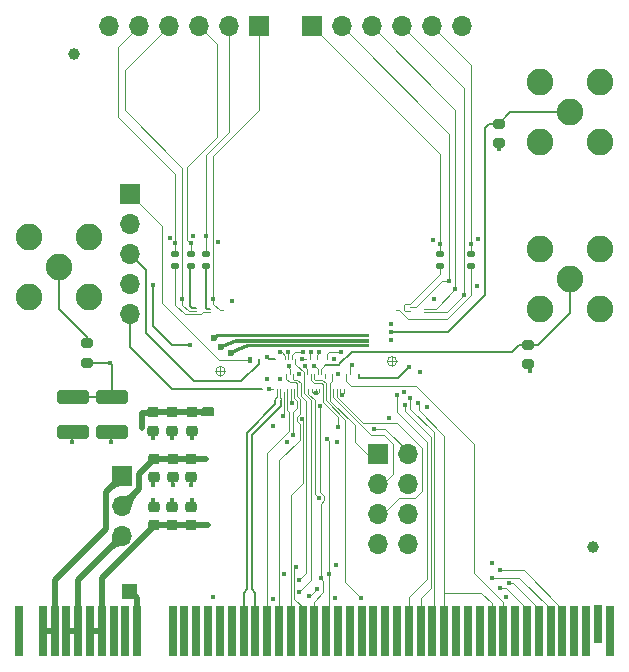
<source format=gbr>
G04 #@! TF.GenerationSoftware,KiCad,Pcbnew,7.0.7-7.0.7~ubuntu22.04.1*
G04 #@! TF.CreationDate,2023-09-29T12:00:57+02:00*
G04 #@! TF.ProjectId,astropix_v4,61737472-6f70-4697-985f-76342e6b6963,1.0*
G04 #@! TF.SameCoordinates,Original*
G04 #@! TF.FileFunction,Copper,L1,Top*
G04 #@! TF.FilePolarity,Positive*
%FSLAX46Y46*%
G04 Gerber Fmt 4.6, Leading zero omitted, Abs format (unit mm)*
G04 Created by KiCad (PCBNEW 7.0.7-7.0.7~ubuntu22.04.1) date 2023-09-29 12:00:57*
%MOMM*%
%LPD*%
G01*
G04 APERTURE LIST*
G04 Aperture macros list*
%AMRoundRect*
0 Rectangle with rounded corners*
0 $1 Rounding radius*
0 $2 $3 $4 $5 $6 $7 $8 $9 X,Y pos of 4 corners*
0 Add a 4 corners polygon primitive as box body*
4,1,4,$2,$3,$4,$5,$6,$7,$8,$9,$2,$3,0*
0 Add four circle primitives for the rounded corners*
1,1,$1+$1,$2,$3*
1,1,$1+$1,$4,$5*
1,1,$1+$1,$6,$7*
1,1,$1+$1,$8,$9*
0 Add four rect primitives between the rounded corners*
20,1,$1+$1,$2,$3,$4,$5,0*
20,1,$1+$1,$4,$5,$6,$7,0*
20,1,$1+$1,$6,$7,$8,$9,0*
20,1,$1+$1,$8,$9,$2,$3,0*%
%AMFreePoly0*
4,1,19,12.075000,0.104904,12.129904,0.050000,12.150000,-0.025000,12.129904,-0.100000,12.075000,-0.154904,12.000000,-0.175000,-0.600900,-0.175000,-0.935151,-0.335257,-1.011467,-0.349561,-1.084712,-0.323790,-1.135257,-0.264849,-1.149561,-0.188533,-1.123790,-0.115288,-1.064849,-0.064743,-0.699849,0.110257,-0.667146,0.116386,-0.635000,0.125000,12.000000,0.125000,12.075000,0.104904,12.075000,0.104904,
$1*%
%AMFreePoly1*
4,1,19,10.975000,0.129904,11.029904,0.075000,11.050000,0.000000,11.029904,-0.075000,10.975000,-0.129904,10.900000,-0.150000,-0.236351,-0.150000,-1.344715,-0.589440,-1.421842,-0.598401,-1.493117,-0.567598,-1.539440,-0.505285,-1.548401,-0.428158,-1.517598,-0.356883,-1.455285,-0.310560,-0.320285,0.139440,-0.292257,0.142696,-0.265000,0.150000,10.900000,0.150000,10.975000,0.129904,10.975000,0.129904,
$1*%
%AMFreePoly2*
4,1,19,9.775000,0.104904,9.829904,0.050000,9.850000,-0.025000,9.829904,-0.100000,9.775000,-0.154904,9.700000,-0.175000,-0.369999,-0.175000,-1.842308,-0.788462,-1.919268,-0.798758,-1.991065,-0.769194,-2.038462,-0.707692,-2.048758,-0.630732,-2.019194,-0.558935,-1.957692,-0.511538,-0.457692,0.113462,-0.428470,0.117371,-0.400000,0.125000,9.700000,0.125000,9.775000,0.104904,9.775000,0.104904,
$1*%
G04 Aperture macros list end*
G04 #@! TA.AperFunction,EtchedComponent*
%ADD10C,0.120000*%
G04 #@! TD*
G04 #@! TA.AperFunction,EtchedComponent*
%ADD11C,0.125000*%
G04 #@! TD*
G04 #@! TA.AperFunction,SMDPad,CuDef*
%ADD12RoundRect,0.225000X-0.250000X0.225000X-0.250000X-0.225000X0.250000X-0.225000X0.250000X0.225000X0*%
G04 #@! TD*
G04 #@! TA.AperFunction,ComponentPad*
%ADD13C,2.250000*%
G04 #@! TD*
G04 #@! TA.AperFunction,ComponentPad*
%ADD14R,1.700000X1.700000*%
G04 #@! TD*
G04 #@! TA.AperFunction,ComponentPad*
%ADD15O,1.700000X1.700000*%
G04 #@! TD*
G04 #@! TA.AperFunction,SMDPad,CuDef*
%ADD16RoundRect,0.250000X1.100000X-0.325000X1.100000X0.325000X-1.100000X0.325000X-1.100000X-0.325000X0*%
G04 #@! TD*
G04 #@! TA.AperFunction,SMDPad,CuDef*
%ADD17C,1.000000*%
G04 #@! TD*
G04 #@! TA.AperFunction,SMDPad,CuDef*
%ADD18RoundRect,0.225000X0.250000X-0.225000X0.250000X0.225000X-0.250000X0.225000X-0.250000X-0.225000X0*%
G04 #@! TD*
G04 #@! TA.AperFunction,SMDPad,CuDef*
%ADD19RoundRect,0.200000X-0.275000X0.200000X-0.275000X-0.200000X0.275000X-0.200000X0.275000X0.200000X0*%
G04 #@! TD*
G04 #@! TA.AperFunction,SMDPad,CuDef*
%ADD20RoundRect,0.135000X0.185000X-0.135000X0.185000X0.135000X-0.185000X0.135000X-0.185000X-0.135000X0*%
G04 #@! TD*
G04 #@! TA.AperFunction,SMDPad,CuDef*
%ADD21RoundRect,0.135000X-0.185000X0.135000X-0.185000X-0.135000X0.185000X-0.135000X0.185000X0.135000X0*%
G04 #@! TD*
G04 #@! TA.AperFunction,SMDPad,CuDef*
%ADD22R,0.400000X0.500000*%
G04 #@! TD*
G04 #@! TA.AperFunction,SMDPad,CuDef*
%ADD23R,0.125000X0.600000*%
G04 #@! TD*
G04 #@! TA.AperFunction,SMDPad,CuDef*
%ADD24R,0.600000X0.125000*%
G04 #@! TD*
G04 #@! TA.AperFunction,SMDPad,CuDef*
%ADD25FreePoly0,0.000000*%
G04 #@! TD*
G04 #@! TA.AperFunction,SMDPad,CuDef*
%ADD26FreePoly1,0.000000*%
G04 #@! TD*
G04 #@! TA.AperFunction,SMDPad,CuDef*
%ADD27FreePoly2,0.000000*%
G04 #@! TD*
G04 #@! TA.AperFunction,ConnectorPad*
%ADD28R,0.700000X4.300000*%
G04 #@! TD*
G04 #@! TA.AperFunction,ConnectorPad*
%ADD29R,0.700000X3.200000*%
G04 #@! TD*
G04 #@! TA.AperFunction,ViaPad*
%ADD30C,0.450000*%
G04 #@! TD*
G04 #@! TA.AperFunction,ViaPad*
%ADD31C,0.600000*%
G04 #@! TD*
G04 #@! TA.AperFunction,Conductor*
%ADD32C,0.125000*%
G04 #@! TD*
G04 #@! TA.AperFunction,Conductor*
%ADD33C,0.250000*%
G04 #@! TD*
G04 #@! TA.AperFunction,Conductor*
%ADD34C,0.500000*%
G04 #@! TD*
G04 #@! TA.AperFunction,Conductor*
%ADD35C,0.150000*%
G04 #@! TD*
G04 #@! TA.AperFunction,Conductor*
%ADD36C,0.200000*%
G04 #@! TD*
G04 APERTURE END LIST*
D10*
G04 #@! TO.C,U1*
X122872500Y-83820000D02*
X123622500Y-83820000D01*
X123222500Y-83470000D02*
X123222500Y-84220000D01*
X137397500Y-82995000D02*
X138147500Y-82995000D01*
X137747500Y-82645000D02*
X137747500Y-83395000D01*
D11*
X123622500Y-83820000D02*
G75*
G03*
X123622500Y-83820000I-400000J0D01*
G01*
X138147500Y-82995000D02*
G75*
G03*
X138147500Y-82995000I-400000J0D01*
G01*
G04 #@! TD*
D12*
G04 #@! TO.P,C8,1*
G04 #@! TO.N,VDD*
X120751600Y-91274600D03*
G04 #@! TO.P,C8,2*
G04 #@! TO.N,GND*
X120751600Y-92824600D03*
G04 #@! TD*
G04 #@! TO.P,C9,1*
G04 #@! TO.N,VDD*
X119176800Y-91274600D03*
G04 #@! TO.P,C9,2*
G04 #@! TO.N,GND*
X119176800Y-92824600D03*
G04 #@! TD*
G04 #@! TO.P,C10,1*
G04 #@! TO.N,VDD*
X117551200Y-91274600D03*
G04 #@! TO.P,C10,2*
G04 #@! TO.N,GND*
X117551200Y-92824600D03*
G04 #@! TD*
D13*
G04 #@! TO.P,J6,1,In*
G04 #@! TO.N,/HV_in_ext*
X109520000Y-75000000D03*
G04 #@! TO.P,J6,2,Ext*
G04 #@! TO.N,GND*
X106980000Y-77540000D03*
X112060000Y-77540000D03*
X106980000Y-72460000D03*
X112060000Y-72460000D03*
G04 #@! TD*
D14*
G04 #@! TO.P,J9,1,Pin_1*
G04 #@! TO.N,/spi_left_mosi*
X126492000Y-54610000D03*
D15*
G04 #@! TO.P,J9,2,Pin_2*
G04 #@! TO.N,/spi_left_miso0*
X123952000Y-54610000D03*
G04 #@! TO.P,J9,3,Pin_3*
G04 #@! TO.N,/spi_left_miso1*
X121412000Y-54610000D03*
G04 #@! TO.P,J9,4,Pin_4*
G04 #@! TO.N,/spi_left_clk*
X118872000Y-54610000D03*
G04 #@! TO.P,J9,5,Pin_5*
G04 #@! TO.N,/spi_left_csn*
X116332000Y-54610000D03*
G04 #@! TO.P,J9,6,Pin_6*
G04 #@! TO.N,GND*
X113792000Y-54610000D03*
G04 #@! TD*
D16*
G04 #@! TO.P,C6,1*
G04 #@! TO.N,GND*
X110693200Y-88978000D03*
G04 #@! TO.P,C6,2*
G04 #@! TO.N,suba*
X110693200Y-86028000D03*
G04 #@! TD*
G04 #@! TO.P,C4,1*
G04 #@! TO.N,GND*
X113995200Y-88978000D03*
G04 #@! TO.P,C4,2*
G04 #@! TO.N,suba*
X113995200Y-86028000D03*
G04 #@! TD*
D17*
G04 #@! TO.P,FID2,*
G04 #@! TO.N,*
X154800000Y-98700000D03*
G04 #@! TD*
D14*
G04 #@! TO.P,J10,1,Pin_1*
G04 #@! TO.N,/spi_right_clk*
X130937000Y-54610000D03*
D15*
G04 #@! TO.P,J10,2,Pin_2*
G04 #@! TO.N,/spi_right_miso1*
X133477000Y-54610000D03*
G04 #@! TO.P,J10,3,Pin_3*
G04 #@! TO.N,/spi_right_miso0*
X136017000Y-54610000D03*
G04 #@! TO.P,J10,4,Pin_4*
G04 #@! TO.N,/spi_right_csn*
X138557000Y-54610000D03*
G04 #@! TO.P,J10,5,Pin_5*
G04 #@! TO.N,/spi_right_mosi*
X141097000Y-54610000D03*
G04 #@! TO.P,J10,6,Pin_6*
G04 #@! TO.N,GND*
X143637000Y-54610000D03*
G04 #@! TD*
D14*
G04 #@! TO.P,JP1,1,A*
G04 #@! TO.N,/VDD18_in*
X114909600Y-92710000D03*
D15*
G04 #@! TO.P,JP1,2,C*
G04 #@! TO.N,VDD*
X114909600Y-95250000D03*
G04 #@! TO.P,JP1,3,B*
G04 #@! TO.N,/POW4_in*
X114909600Y-97790000D03*
G04 #@! TD*
D18*
G04 #@! TO.P,C11,1*
G04 #@! TO.N,VDDA*
X120751600Y-96863200D03*
G04 #@! TO.P,C11,2*
G04 #@! TO.N,GND*
X120751600Y-95313200D03*
G04 #@! TD*
G04 #@! TO.P,C13,1*
G04 #@! TO.N,VDDA*
X119151400Y-96863200D03*
G04 #@! TO.P,C13,2*
G04 #@! TO.N,GND*
X119151400Y-95313200D03*
G04 #@! TD*
D19*
G04 #@! TO.P,R12,1*
G04 #@! TO.N,/HV_in_ext*
X111900000Y-81475000D03*
G04 #@! TO.P,R12,2*
G04 #@! TO.N,suba*
X111900000Y-83125000D03*
G04 #@! TD*
D18*
G04 #@! TO.P,C14,1*
G04 #@! TO.N,VDDA*
X117576600Y-96863200D03*
G04 #@! TO.P,C14,2*
G04 #@! TO.N,GND*
X117576600Y-95313200D03*
G04 #@! TD*
D20*
G04 #@! TO.P,R13,1*
G04 #@! TO.N,Net-(U1B-spi_left_MISO0)*
X122000000Y-74910000D03*
G04 #@! TO.P,R13,2*
G04 #@! TO.N,/spi_left_miso0*
X122000000Y-73890000D03*
G04 #@! TD*
G04 #@! TO.P,R14,1*
G04 #@! TO.N,Net-(U1B-spi_left_CSN)*
X119400000Y-74910000D03*
G04 #@! TO.P,R14,2*
G04 #@! TO.N,/spi_left_csn*
X119400000Y-73890000D03*
G04 #@! TD*
G04 #@! TO.P,R10,1*
G04 #@! TO.N,Net-(U1B-spi_left_MISO1)*
X120700000Y-74910000D03*
G04 #@! TO.P,R10,2*
G04 #@! TO.N,/spi_left_miso1*
X120700000Y-73890000D03*
G04 #@! TD*
D17*
G04 #@! TO.P,FID1,*
G04 #@! TO.N,*
X110800000Y-57000000D03*
G04 #@! TD*
D21*
G04 #@! TO.P,R18,1*
G04 #@! TO.N,/spi_right_clk*
X141800000Y-73890000D03*
G04 #@! TO.P,R18,2*
G04 #@! TO.N,Net-(U1B-spi_right_CLK)*
X141800000Y-74910000D03*
G04 #@! TD*
D13*
G04 #@! TO.P,J4,1,In*
G04 #@! TO.N,Net-(J4-In)*
X152800000Y-76000000D03*
G04 #@! TO.P,J4,2,Ext*
G04 #@! TO.N,GND*
X155340000Y-73460000D03*
X150260000Y-73460000D03*
X155340000Y-78540000D03*
X150260000Y-78540000D03*
G04 #@! TD*
D12*
G04 #@! TO.P,C2,1*
G04 #@! TO.N,VSSA*
X120800000Y-87325000D03*
G04 #@! TO.P,C2,2*
G04 #@! TO.N,GND*
X120800000Y-88875000D03*
G04 #@! TD*
D14*
G04 #@! TO.P,J11,1,Pin_1*
G04 #@! TO.N,Net-(J11-Pin_1)*
X115600000Y-68860000D03*
D15*
G04 #@! TO.P,J11,2,Pin_2*
G04 #@! TO.N,unconnected-(J11-Pin_2-Pad2)*
X115600000Y-71400000D03*
G04 #@! TO.P,J11,3,Pin_3*
G04 #@! TO.N,Net-(J11-Pin_3)*
X115600000Y-73940000D03*
G04 #@! TO.P,J11,4,Pin_4*
G04 #@! TO.N,VDDA*
X115600000Y-76480000D03*
G04 #@! TO.P,J11,5,Pin_5*
G04 #@! TO.N,Net-(J11-Pin_5)*
X115600000Y-79020000D03*
G04 #@! TD*
D12*
G04 #@! TO.P,C15,1*
G04 #@! TO.N,VSSA*
X119150000Y-87325000D03*
G04 #@! TO.P,C15,2*
G04 #@! TO.N,GND*
X119150000Y-88875000D03*
G04 #@! TD*
D14*
G04 #@! TO.P,J2,1,Pin_1*
G04 #@! TO.N,/Vtemp1*
X136600000Y-90820000D03*
D15*
G04 #@! TO.P,J2,2,Pin_2*
G04 #@! TO.N,/pload*
X139140000Y-90820000D03*
G04 #@! TO.P,J2,3,Pin_3*
G04 #@! TO.N,/Vtemp2*
X136600000Y-93360000D03*
G04 #@! TO.P,J2,4,Pin_4*
G04 #@! TO.N,/VPBias*
X139140000Y-93360000D03*
G04 #@! TO.P,J2,5,Pin_5*
G04 #@! TO.N,/vdac_test*
X136600000Y-95900000D03*
G04 #@! TO.P,J2,6,Pin_6*
G04 #@! TO.N,/pamp*
X139140000Y-95900000D03*
G04 #@! TO.P,J2,7,Pin_7*
G04 #@! TO.N,GND*
X136600000Y-98440000D03*
G04 #@! TO.P,J2,8,Pin_8*
G04 #@! TO.N,/cascpix*
X139140000Y-98440000D03*
G04 #@! TD*
D13*
G04 #@! TO.P,J8,1,In*
G04 #@! TO.N,Net-(J8-In)*
X152800000Y-61900000D03*
G04 #@! TO.P,J8,2,Ext*
G04 #@! TO.N,GND*
X155340000Y-59360000D03*
X150260000Y-59360000D03*
X155340000Y-64440000D03*
X150260000Y-64440000D03*
G04 #@! TD*
D19*
G04 #@! TO.P,R1,1*
G04 #@! TO.N,Net-(J8-In)*
X146800000Y-62875000D03*
G04 #@! TO.P,R1,2*
G04 #@! TO.N,GND*
X146800000Y-64525000D03*
G04 #@! TD*
D21*
G04 #@! TO.P,R17,1*
G04 #@! TO.N,/spi_right_mosi*
X144400000Y-73880000D03*
G04 #@! TO.P,R17,2*
G04 #@! TO.N,Net-(U1B-spi_right_MOSI)*
X144400000Y-74900000D03*
G04 #@! TD*
D12*
G04 #@! TO.P,C1,1*
G04 #@! TO.N,VSSA*
X117550000Y-87325000D03*
G04 #@! TO.P,C1,2*
G04 #@! TO.N,GND*
X117550000Y-88875000D03*
G04 #@! TD*
D19*
G04 #@! TO.P,R2,1*
G04 #@! TO.N,Net-(J4-In)*
X149300000Y-81575000D03*
G04 #@! TO.P,R2,2*
G04 #@! TO.N,GND*
X149300000Y-83225000D03*
G04 #@! TD*
D22*
G04 #@! TO.P,U1,B1,sub!*
G04 #@! TO.N,Net-(J11-Pin_1)*
X125747500Y-82895000D03*
D23*
G04 #@! TO.P,U1,B3,floating_ring*
G04 #@! TO.N,Net-(J11-Pin_3)*
X126472500Y-82770000D03*
G04 #@! TO.P,U1,B4,dn_ring*
G04 #@! TO.N,Net-(J11-Pin_5)*
X126772500Y-85295000D03*
G04 #@! TO.P,U1,B6,gnda!*
G04 #@! TO.N,GND*
X127072500Y-85295000D03*
G04 #@! TO.P,U1,B8,gnda!*
X127272500Y-84045000D03*
G04 #@! TO.P,U1,B12,gnda!*
X127672500Y-85295000D03*
G04 #@! TO.P,U1,B13,HB*
G04 #@! TO.N,Net-(J8-In)*
X127872500Y-82770000D03*
G04 #@! TO.P,U1,B14,clk20_P*
G04 #@! TO.N,/clk20_P*
X127972500Y-85295000D03*
G04 #@! TO.P,U1,B15,clk20_N*
G04 #@! TO.N,/clk20_N*
X128272500Y-85295000D03*
G04 #@! TO.P,U1,B17,gnd!*
G04 #@! TO.N,GND*
X128472500Y-84045000D03*
G04 #@! TO.P,U1,B18,interrupt*
G04 #@! TO.N,/interrupt*
X128572500Y-85295000D03*
G04 #@! TO.P,U1,B19,res_n*
G04 #@! TO.N,/res_n*
X128672500Y-82770000D03*
G04 #@! TO.P,U1,B20,clkTS*
G04 #@! TO.N,/timestamp_clk*
X128772500Y-84045000D03*
G04 #@! TO.P,U1,B21,hold*
G04 #@! TO.N,/hold*
X128872500Y-85295000D03*
G04 #@! TO.P,U1,B22,sr_CK1*
G04 #@! TO.N,/sr_ck1*
X128972500Y-82770000D03*
G04 #@! TO.P,U1,B23,sr_CK2*
G04 #@! TO.N,/sr_ck2*
X129072500Y-84045000D03*
G04 #@! TO.P,U1,B24,sr_LOAD*
G04 #@! TO.N,/sr_ld*
X129172500Y-85295000D03*
G04 #@! TO.P,U1,B25,sr_SIN*
G04 #@! TO.N,/sr_sin*
X129272500Y-82770000D03*
G04 #@! TO.P,U1,B26,sr_RB*
G04 #@! TO.N,/sr_rb*
X129372500Y-84045000D03*
G04 #@! TO.P,U1,B27,sr_LdTDAC*
G04 #@! TO.N,/sr_ldtdac*
X129472500Y-85295000D03*
G04 #@! TO.P,U1,B28,sr_SOUT*
G04 #@! TO.N,/sr_out*
X129572500Y-82770000D03*
G04 #@! TO.P,U1,B29,gnd!*
G04 #@! TO.N,GND*
X129672500Y-84045000D03*
G04 #@! TO.P,U1,B31,gnd!*
X129872500Y-82770000D03*
G04 #@! TO.P,U1,B37,gnda!*
X130472500Y-82770000D03*
G04 #@! TO.P,U1,B38,VPBias*
G04 #@! TO.N,/VPBias*
X130572500Y-84045000D03*
G04 #@! TO.P,U1,B39,pamp*
G04 #@! TO.N,/pamp*
X130672500Y-85295000D03*
G04 #@! TO.P,U1,B40,blpix*
G04 #@! TO.N,/DAC_blpix*
X130772500Y-82770000D03*
G04 #@! TO.P,U1,B41,pload*
G04 #@! TO.N,/pload*
X130872500Y-84045000D03*
G04 #@! TO.P,U1,B42,gnda!*
G04 #@! TO.N,GND*
X130972500Y-85295000D03*
G04 #@! TO.P,U1,B44,Inj*
G04 #@! TO.N,/Inj*
X131172500Y-84045000D03*
G04 #@! TO.P,U1,B45,gnda!*
G04 #@! TO.N,GND*
X131272500Y-85295000D03*
G04 #@! TO.P,U1,B46,ThPix*
G04 #@! TO.N,/DAC_ThPix*
X131372500Y-82770000D03*
G04 #@! TO.P,U1,B47,vminuspix*
G04 #@! TO.N,/DAC_vminuspix*
X131472500Y-84045000D03*
G04 #@! TO.P,U1,B48,gnda!*
G04 #@! TO.N,GND*
X131572500Y-85295000D03*
G04 #@! TO.P,U1,B50,ampout*
G04 #@! TO.N,Net-(J4-In)*
X131772500Y-84045000D03*
G04 #@! TO.P,U1,B51,Qdac<0>*
G04 #@! TO.N,unconnected-(U1B-Qdac<0>-PadB51)*
X131972500Y-82770000D03*
G04 #@! TO.P,U1,B52,Qdac<1>*
G04 #@! TO.N,unconnected-(U1B-Qdac<1>-PadB52)*
X132072500Y-84045000D03*
G04 #@! TO.P,U1,B54,Vcasc2!*
G04 #@! TO.N,/DAC_VCasc2!*
X132272500Y-82770000D03*
G04 #@! TO.P,U1,B56,gnda!*
G04 #@! TO.N,GND*
X132572500Y-82770000D03*
G04 #@! TO.P,U1,B57,Vtemp1*
G04 #@! TO.N,/Vtemp1*
X132672500Y-84045000D03*
G04 #@! TO.P,U1,B58,Vtemp2*
G04 #@! TO.N,/Vtemp2*
X132772500Y-85295000D03*
G04 #@! TO.P,U1,B59,cascpix*
G04 #@! TO.N,/cascpix*
X132972500Y-84045000D03*
G04 #@! TO.P,U1,B60,Vdac_test*
G04 #@! TO.N,/vdac_test*
X133072500Y-85295000D03*
G04 #@! TO.P,U1,B63,gnda!*
G04 #@! TO.N,GND*
X133372500Y-85295000D03*
G04 #@! TO.P,U1,B66,gnda!*
X133672500Y-85295000D03*
G04 #@! TO.P,U1,B68,DigInj*
G04 #@! TO.N,/DigInj*
X133872500Y-84045000D03*
G04 #@! TO.P,U1,B70,gnd!*
G04 #@! TO.N,GND*
X134172500Y-84045000D03*
G04 #@! TO.P,U1,B71,hv_ring*
G04 #@! TO.N,suba*
X134922500Y-84045000D03*
D24*
G04 #@! TO.P,U1,L1,spi_left_MISO1*
G04 #@! TO.N,Net-(U1B-spi_left_MISO1)*
X121122500Y-78440000D03*
G04 #@! TO.P,U1,L2,spi_left_MISO0*
G04 #@! TO.N,Net-(U1B-spi_left_MISO0)*
X122322500Y-78540000D03*
G04 #@! TO.P,U1,L3,spi_left_MOSI*
G04 #@! TO.N,/spi_left_mosi*
X123472500Y-78640000D03*
G04 #@! TO.P,U1,L4,spi_left_CLK*
G04 #@! TO.N,/spi_left_clk*
X121122500Y-78740000D03*
G04 #@! TO.P,U1,L5,spi_left_CSN*
G04 #@! TO.N,Net-(U1B-spi_left_CSN)*
X122322500Y-78840000D03*
G04 #@! TO.P,U1,R1,spi_right_CSN*
G04 #@! TO.N,/spi_right_csn*
X140467500Y-78835000D03*
G04 #@! TO.P,U1,R2,spi_right_CLK*
G04 #@! TO.N,Net-(U1B-spi_right_CLK)*
X139267500Y-78735000D03*
G04 #@! TO.P,U1,R3,spi_right_MOSI*
G04 #@! TO.N,Net-(U1B-spi_right_MOSI)*
X138117500Y-78635000D03*
G04 #@! TO.P,U1,R4,spi_right_MISO<0>*
G04 #@! TO.N,/spi_right_miso0*
X140467500Y-78535000D03*
G04 #@! TO.P,U1,R5,spi_right_MISO<1>*
G04 #@! TO.N,/spi_right_miso1*
X139267500Y-78435000D03*
D25*
G04 #@! TO.P,U1,VDDA_Ring,vdda!*
G04 #@! TO.N,VDDA*
X123672500Y-80795000D03*
D26*
G04 #@! TO.P,U1,VDDD_Ring,vdd!*
G04 #@! TO.N,VDD*
X124772500Y-81245000D03*
D27*
G04 #@! TO.P,U1,VSSA_Ring,vssa!*
G04 #@! TO.N,VSSA*
X125972500Y-81645000D03*
G04 #@! TD*
D28*
G04 #@! TO.P,J1,B1,HV*
G04 #@! TO.N,unconnected-(J1-HV-PadB1)*
X106172000Y-105791000D03*
G04 #@! TO.P,J1,B3,VDD18*
G04 #@! TO.N,/VDD18_in*
X108172000Y-105791000D03*
G04 #@! TO.P,J1,B4,VDD18*
X109172000Y-105791000D03*
G04 #@! TO.P,J1,B5,POW4*
G04 #@! TO.N,/POW4_in*
X110172000Y-105791000D03*
G04 #@! TO.P,J1,B6,POW4*
X111172000Y-105791000D03*
G04 #@! TO.P,J1,B7,POW6*
G04 #@! TO.N,VDDA*
X112172000Y-105791000D03*
G04 #@! TO.P,J1,B8,POW6*
X113172000Y-105791000D03*
G04 #@! TO.P,J1,B9,POW8*
G04 #@! TO.N,unconnected-(J1-POW8-PadB9)*
X114172000Y-105791000D03*
G04 #@! TO.P,J1,B10,POW8*
G04 #@! TO.N,unconnected-(J1-POW8-PadB10)*
X115172000Y-105791000D03*
G04 #@! TO.P,J1,B11,GND*
G04 #@! TO.N,GND*
X116172000Y-105791000D03*
G04 #@! TO.P,J1,B12,C1_4*
G04 #@! TO.N,unconnected-(J1-C1_4-PadB12)*
X119172000Y-105791000D03*
G04 #@! TO.P,J1,B13,C1_3*
G04 #@! TO.N,unconnected-(J1-C1_3-PadB13)*
X120172000Y-105791000D03*
G04 #@! TO.P,J1,B14,C1_8*
G04 #@! TO.N,unconnected-(J1-C1_8-PadB14)*
X121172000Y-105791000D03*
G04 #@! TO.P,J1,B15,C1_7*
G04 #@! TO.N,unconnected-(J1-C1_7-PadB15)*
X122172000Y-105791000D03*
G04 #@! TO.P,J1,B16,FMC_LA24_P*
G04 #@! TO.N,unconnected-(J1-FMC_LA24_P-PadB16)*
X123172000Y-105791000D03*
G04 #@! TO.P,J1,B17,FMC_LA24_N*
G04 #@! TO.N,unconnected-(J1-FMC_LA24_N-PadB17)*
X124172000Y-105791000D03*
G04 #@! TO.P,J1,B18,FMC_LA22_P*
G04 #@! TO.N,/clk20_P*
X125172000Y-105791000D03*
G04 #@! TO.P,J1,B19,FMC_LA22_N*
G04 #@! TO.N,/clk20_N*
X126172000Y-105791000D03*
G04 #@! TO.P,J1,B20,FMC_LA20_P*
G04 #@! TO.N,/hold*
X127172000Y-105791000D03*
G04 #@! TO.P,J1,B21,FMC_LA20_N*
G04 #@! TO.N,/timestamp_clk*
X128172000Y-105791000D03*
G04 #@! TO.P,J1,B22,FMC_LA18_CC_P*
G04 #@! TO.N,/interrupt*
X129172000Y-105791000D03*
G04 #@! TO.P,J1,B23,FMC_LA18_CC_N*
G04 #@! TO.N,/res_n*
X130172000Y-105791000D03*
G04 #@! TO.P,J1,B24,C2_4*
G04 #@! TO.N,/sr_ld*
X131172000Y-105791000D03*
G04 #@! TO.P,J1,B25,C2_3*
G04 #@! TO.N,/sr_sin*
X132172000Y-105791000D03*
G04 #@! TO.P,J1,B26,C2_8*
G04 #@! TO.N,unconnected-(J1-C2_8-PadB26)*
X133172000Y-105791000D03*
G04 #@! TO.P,J1,B27,C2_7*
G04 #@! TO.N,unconnected-(J1-C2_7-PadB27)*
X134172000Y-105791000D03*
G04 #@! TO.P,J1,B28,C3_4*
G04 #@! TO.N,unconnected-(J1-C3_4-PadB28)*
X135172000Y-105791000D03*
G04 #@! TO.P,J1,B29,C3_3*
G04 #@! TO.N,unconnected-(J1-C3_3-PadB29)*
X136172000Y-105791000D03*
G04 #@! TO.P,J1,B30,C3_8*
G04 #@! TO.N,unconnected-(J1-C3_8-PadB30)*
X137172000Y-105791000D03*
G04 #@! TO.P,J1,B31,C3_7*
G04 #@! TO.N,unconnected-(J1-C3_7-PadB31)*
X138172000Y-105791000D03*
G04 #@! TO.P,J1,B32,C4_4*
G04 #@! TO.N,/DAC_blpix*
X139172000Y-105791000D03*
G04 #@! TO.P,J1,B33,C4_3*
G04 #@! TO.N,/DAC_VCasc2!*
X140172000Y-105791000D03*
G04 #@! TO.P,J1,B34,C4_8*
G04 #@! TO.N,/DAC_ThPix*
X141172000Y-105791000D03*
G04 #@! TO.P,J1,B35,C4_7*
G04 #@! TO.N,/DAC_vminuspix*
X142172000Y-105791000D03*
G04 #@! TO.P,J1,B36,C5_4*
G04 #@! TO.N,unconnected-(J1-C5_4-PadB36)*
X143172000Y-105791000D03*
G04 #@! TO.P,J1,B37,C5_3*
G04 #@! TO.N,unconnected-(J1-C5_3-PadB37)*
X144172000Y-105791000D03*
G04 #@! TO.P,J1,B38,C5_8*
G04 #@! TO.N,unconnected-(J1-C5_8-PadB38)*
X145172000Y-105791000D03*
G04 #@! TO.P,J1,B39,C5_7*
G04 #@! TO.N,/DAC_vminuspix*
X146172000Y-105791000D03*
G04 #@! TO.P,J1,B40,FMC_LA16_P*
G04 #@! TO.N,/DigInj*
X147172000Y-105791000D03*
G04 #@! TO.P,J1,B41,FMC_LA16_N*
G04 #@! TO.N,unconnected-(J1-FMC_LA16_N-PadB41)*
X148172000Y-105791000D03*
G04 #@! TO.P,J1,B42,FMC_LA14_P*
G04 #@! TO.N,/sr_ck1*
X149172000Y-105791000D03*
G04 #@! TO.P,J1,B43,FMC_LA14_N*
G04 #@! TO.N,/sr_ck2*
X150172000Y-105791000D03*
G04 #@! TO.P,J1,B44,FMC_LA12_P*
G04 #@! TO.N,/sr_ld*
X151172000Y-105791000D03*
G04 #@! TO.P,J1,B45,FMC_LA12_N*
G04 #@! TO.N,/sr_sin*
X152172000Y-105791000D03*
G04 #@! TO.P,J1,B46,FMC_LA10_P*
G04 #@! TO.N,unconnected-(J1-FMC_LA10_P-PadB46)*
X153172000Y-105791000D03*
G04 #@! TO.P,J1,B47,FMC_LA10_N*
G04 #@! TO.N,unconnected-(J1-FMC_LA10_N-PadB47)*
X154172000Y-105791000D03*
D29*
G04 #@! TO.P,J1,B48,FMC_LA08_P*
G04 #@! TO.N,unconnected-(J1-FMC_LA08_P-PadB48)*
X155172000Y-105241000D03*
D28*
G04 #@! TO.P,J1,B49,FMC_LA08_N*
G04 #@! TO.N,unconnected-(J1-FMC_LA08_N-PadB49)*
X156172000Y-105791000D03*
G04 #@! TD*
D30*
G04 #@! TO.N,VDD*
X122025400Y-91274600D03*
D31*
X123300000Y-81800000D03*
D30*
X121523700Y-91274600D03*
G04 #@! TO.N,VDDA*
X117488000Y-76500000D03*
X121551404Y-96863200D03*
X122123200Y-96850200D03*
X120620492Y-81640000D03*
D31*
X122700000Y-81000000D03*
D30*
G04 #@! TO.N,suba*
X113900000Y-83125000D03*
X139200000Y-83490000D03*
G04 #@! TO.N,/res_n*
X128265771Y-82235272D03*
X129584000Y-100400000D03*
G04 #@! TO.N,/DAC_blpix*
X138150000Y-85850000D03*
X130900000Y-82200000D03*
G04 #@! TO.N,/Inj*
X135100000Y-103000000D03*
G04 #@! TO.N,/DAC_VCasc2!*
X138850000Y-86700000D03*
X133390000Y-82220000D03*
G04 #@! TO.N,/DAC_vminuspix*
X131170000Y-83395498D03*
X139950000Y-86550000D03*
G04 #@! TO.N,/DAC_ThPix*
X131600000Y-82200000D03*
X139300000Y-86100000D03*
G04 #@! TO.N,/sr_ck2*
X147660000Y-101787500D03*
X129026827Y-83419502D03*
G04 #@! TO.N,/sr_ck1*
X131412000Y-102308672D03*
X128941087Y-82187725D03*
X130724000Y-102900000D03*
X146850000Y-102199500D03*
G04 #@! TO.N,/sr_ld*
X146200000Y-101300000D03*
X131655441Y-86745913D03*
X129287500Y-86500000D03*
X131690000Y-101370000D03*
G04 #@! TO.N,/sr_sin*
X146920000Y-100700000D03*
X132238000Y-89600000D03*
X130184319Y-82203130D03*
X132412000Y-101000000D03*
G04 #@! TO.N,GND*
X145000000Y-72600000D03*
X122560000Y-102920000D03*
X128860000Y-89830000D03*
X137700000Y-81200000D03*
X137700000Y-79800000D03*
X120777000Y-94742000D03*
X131300000Y-85700000D03*
X149411002Y-83769945D03*
X129900000Y-84100000D03*
X117500400Y-93421200D03*
X141200000Y-72700000D03*
X119150000Y-89450000D03*
X115824000Y-102717600D03*
X140700000Y-86900000D03*
X128300000Y-84500000D03*
X134350000Y-83300000D03*
X119176800Y-93421200D03*
X124230000Y-77870000D03*
X132800000Y-82800000D03*
X133120000Y-89800000D03*
X138800000Y-85600000D03*
X120900000Y-72400000D03*
X115214400Y-102743000D03*
X120800000Y-89450000D03*
X140120000Y-83890000D03*
X120751600Y-93421200D03*
X117550000Y-89450000D03*
X115824000Y-102108000D03*
X118988000Y-72558655D03*
X146800000Y-65000000D03*
X110642400Y-89814400D03*
X127640000Y-103090000D03*
X117500388Y-94691200D03*
X132900000Y-103040000D03*
X127300000Y-85300000D03*
X130100000Y-82800000D03*
X119151402Y-94691200D03*
X127700000Y-88500000D03*
X147390000Y-102920000D03*
X128620000Y-101040000D03*
X115214400Y-102108000D03*
X123000000Y-72900000D03*
X146190000Y-100040000D03*
X133521904Y-85818767D03*
X141300000Y-77700000D03*
X144900000Y-76600000D03*
X133030000Y-100200000D03*
X113944400Y-89814398D03*
X137470000Y-87770000D03*
X127200000Y-84500000D03*
G04 #@! TO.N,/interrupt*
X128500000Y-87600000D03*
X130087500Y-87884543D03*
G04 #@! TO.N,/spi_left_csn*
X119400000Y-73000000D03*
G04 #@! TO.N,/spi_left_clk*
X120000000Y-77680000D03*
G04 #@! TO.N,/spi_left_mosi*
X122600000Y-77700000D03*
G04 #@! TO.N,/spi_left_miso0*
X122000000Y-72400000D03*
G04 #@! TO.N,/spi_left_miso1*
X120700000Y-73000000D03*
G04 #@! TO.N,/spi_right_csn*
X143800000Y-77400000D03*
G04 #@! TO.N,/spi_right_clk*
X141800000Y-73099996D03*
G04 #@! TO.N,/spi_right_mosi*
X144400000Y-73100000D03*
G04 #@! TO.N,/spi_right_miso0*
X143100000Y-76900000D03*
G04 #@! TO.N,/spi_right_miso1*
X142600000Y-76200000D03*
G04 #@! TO.N,/sr_rb*
X129900000Y-101500000D03*
G04 #@! TO.N,/sr_out*
X129899500Y-102500000D03*
G04 #@! TO.N,/sr_ldtdac*
X129400000Y-89250000D03*
G04 #@! TO.N,VSSA*
X116550000Y-88650000D03*
X122400000Y-87300000D03*
X116550000Y-87400000D03*
D31*
X124100000Y-82300000D03*
D30*
X116550000Y-88000000D03*
X121800000Y-87300000D03*
G04 #@! TO.N,Net-(J8-In)*
X137700000Y-80500000D03*
X127200000Y-82600000D03*
G04 #@! TO.N,/cascpix*
X133200000Y-84100000D03*
G04 #@! TO.N,/pamp*
X131588000Y-94560000D03*
G04 #@! TO.N,/VPBias*
X130388677Y-83422656D03*
G04 #@! TO.N,/pload*
X136180000Y-88700000D03*
X133160000Y-88560000D03*
G04 #@! TD*
D32*
G04 #@! TO.N,/DAC_vminuspix*
X131170000Y-83395498D02*
X131260498Y-83395498D01*
X131260498Y-83395498D02*
X131472500Y-83607500D01*
X131472500Y-83607500D02*
X131472500Y-84045000D01*
D33*
G04 #@! TO.N,VDD*
X121523700Y-91274600D02*
X122025400Y-91274600D01*
D34*
X117551200Y-91274600D02*
X122025400Y-91274600D01*
X116332000Y-92493800D02*
X117551200Y-91274600D01*
X114909600Y-95250000D02*
X116332000Y-93827600D01*
X116332000Y-93827600D02*
X116332000Y-92493800D01*
D32*
G04 #@! TO.N,VDDA*
X117500000Y-76512000D02*
X117488000Y-76500000D01*
D34*
X113172000Y-101340602D02*
X117551200Y-96961402D01*
X112172000Y-105791000D02*
X113172000Y-105791000D01*
D33*
X120751600Y-96863200D02*
X121551404Y-96863200D01*
D35*
X123672500Y-80795000D02*
X122905000Y-80795000D01*
D36*
X120620492Y-81640000D02*
X119140000Y-81640000D01*
D34*
X122110200Y-96863200D02*
X122123200Y-96850200D01*
D36*
X119140000Y-81640000D02*
X117500000Y-80000000D01*
D35*
X122905000Y-80795000D02*
X122700000Y-81000000D01*
D36*
X117500000Y-80000000D02*
X117500000Y-76512000D01*
D34*
X117551200Y-96961402D02*
X117551200Y-96863200D01*
X117551200Y-96863200D02*
X120751600Y-96863200D01*
X113172000Y-105791000D02*
X113172000Y-101340602D01*
X120751600Y-96863200D02*
X122110200Y-96863200D01*
D35*
G04 #@! TO.N,suba*
X113900000Y-83125000D02*
X113995200Y-83220200D01*
X134922500Y-84352500D02*
X134922500Y-84045000D01*
X134990000Y-84420000D02*
X134922500Y-84352500D01*
X113900000Y-83125000D02*
X111900000Y-83125000D01*
X110693200Y-86028000D02*
X113995200Y-86028000D01*
X139200000Y-83490000D02*
X138270000Y-84420000D01*
X113995200Y-83220200D02*
X113995200Y-86028000D01*
X138270000Y-84420000D02*
X134990000Y-84420000D01*
D32*
G04 #@! TO.N,/res_n*
X128672500Y-82502500D02*
X128405272Y-82235272D01*
X129487500Y-103087500D02*
X130172000Y-103772000D01*
X128672500Y-82770000D02*
X128672500Y-82502500D01*
X129487500Y-100496500D02*
X129487500Y-103087500D01*
X130172000Y-103772000D02*
X130172000Y-105791000D01*
X128405272Y-82235272D02*
X128265771Y-82235272D01*
X129584000Y-100400000D02*
X129487500Y-100496500D01*
G04 #@! TO.N,/DAC_blpix*
X130772500Y-82327500D02*
X130900000Y-82200000D01*
X138150000Y-87250000D02*
X140700000Y-89800000D01*
X130772500Y-82770000D02*
X130772500Y-82327500D01*
X140700000Y-89800000D02*
X140700000Y-101400000D01*
X140700000Y-101400000D02*
X139172000Y-102928000D01*
X139172000Y-102928000D02*
X139172000Y-105791000D01*
X138150000Y-85850000D02*
X138150000Y-87250000D01*
G04 #@! TO.N,/Inj*
X131832500Y-84532500D02*
X132150000Y-84850001D01*
X131172500Y-84482499D02*
X131222500Y-84532500D01*
X131222500Y-84532500D02*
X131832500Y-84532500D01*
X132150000Y-86303554D02*
X133790000Y-87943554D01*
X133790000Y-101690000D02*
X135100000Y-103000000D01*
X132150000Y-84850001D02*
X132150000Y-86303554D01*
X131172500Y-84045000D02*
X131172500Y-84482499D01*
X133790000Y-87943554D02*
X133790000Y-101690000D01*
G04 #@! TO.N,/DAC_VCasc2!*
X132272500Y-82332500D02*
X132272500Y-82770000D01*
X133390000Y-82220000D02*
X132385000Y-82220000D01*
X141050000Y-89400000D02*
X138850000Y-87200000D01*
X138850000Y-86700000D02*
X138850000Y-87200000D01*
X140172000Y-103028000D02*
X141050000Y-102150000D01*
X132385000Y-82220000D02*
X132272500Y-82332500D01*
X141050000Y-102150000D02*
X141050000Y-89400000D01*
X140172000Y-105791000D02*
X140172000Y-103028000D01*
G04 #@! TO.N,/DAC_vminuspix*
X142172000Y-105791000D02*
X142172000Y-102600000D01*
X140000000Y-87150000D02*
X140000000Y-86600000D01*
X146172000Y-103472000D02*
X146172000Y-105791000D01*
X145300000Y-102600000D02*
X146172000Y-103472000D01*
X142172000Y-89322000D02*
X140000000Y-87150000D01*
X140000000Y-86600000D02*
X139950000Y-86550000D01*
X142172000Y-105791000D02*
X142172000Y-89322000D01*
X142172000Y-102600000D02*
X145300000Y-102600000D01*
G04 #@! TO.N,/DAC_ThPix*
X131372500Y-82427500D02*
X131372500Y-82770000D01*
X139300000Y-86100000D02*
X139300000Y-87000000D01*
X131600000Y-82200000D02*
X131372500Y-82427500D01*
X141172000Y-103991000D02*
X141172000Y-105791000D01*
X139300000Y-87000000D02*
X141300000Y-89000000D01*
X141300000Y-89000000D02*
X141300000Y-103863000D01*
X141300000Y-103863000D02*
X141172000Y-103991000D01*
G04 #@! TO.N,/timestamp_clk*
X129950000Y-87438679D02*
X129675000Y-87713679D01*
X129628946Y-84782500D02*
X129722500Y-84876054D01*
X129722500Y-84876054D02*
X129722500Y-85968946D01*
X129912500Y-88292907D02*
X129912500Y-89637500D01*
X129675000Y-88055407D02*
X129912500Y-88292907D01*
X129675000Y-87713679D02*
X129675000Y-88055407D01*
X128772500Y-84045000D02*
X128772500Y-84482500D01*
X129950000Y-86196446D02*
X129950000Y-87438679D01*
X129072500Y-84782500D02*
X129628946Y-84782500D01*
X129912500Y-89637500D02*
X128172000Y-91378000D01*
X128772500Y-84482500D02*
X129072500Y-84782500D01*
X129722500Y-85968946D02*
X129950000Y-86196446D01*
X128172000Y-91378000D02*
X128172000Y-105791000D01*
G04 #@! TO.N,/sr_ck2*
X147968500Y-101787500D02*
X150172000Y-103991000D01*
X129072500Y-83607500D02*
X129072500Y-84045000D01*
X129022500Y-83557500D02*
X129072500Y-83607500D01*
X129026827Y-83419502D02*
X129022500Y-83423829D01*
X150172000Y-103991000D02*
X150172000Y-105791000D01*
X129022500Y-83423829D02*
X129022500Y-83557500D01*
X147660000Y-101787500D02*
X147968500Y-101787500D01*
G04 #@! TO.N,/sr_ck1*
X130724000Y-102900000D02*
X130820672Y-102900000D01*
X149172000Y-103981500D02*
X149172000Y-105791000D01*
X128972500Y-82219138D02*
X128972500Y-82770000D01*
X128941087Y-82187725D02*
X128972500Y-82219138D01*
X147390000Y-102199500D02*
X149172000Y-103981500D01*
X130820672Y-102900000D02*
X131412000Y-102308672D01*
X146850000Y-102199500D02*
X147390000Y-102199500D01*
G04 #@! TO.N,/sr_ld*
X131172000Y-103328000D02*
X131940000Y-102560000D01*
X129172500Y-85295000D02*
X129172500Y-86385000D01*
X131700000Y-101380000D02*
X131700000Y-95031364D01*
X131700000Y-95031364D02*
X132000500Y-94730864D01*
X132000500Y-94389136D02*
X131655441Y-94044077D01*
X131655441Y-94044077D02*
X131655441Y-86745913D01*
X132000500Y-94730864D02*
X132000500Y-94389136D01*
X129172500Y-86385000D02*
X129287500Y-86500000D01*
X151172000Y-103991000D02*
X148481000Y-101300000D01*
X131172000Y-105791000D02*
X131172000Y-103328000D01*
X148481000Y-101300000D02*
X146200000Y-101300000D01*
X151172000Y-105791000D02*
X151172000Y-103991000D01*
X131940000Y-102560000D02*
X131940000Y-101620000D01*
X131940000Y-101620000D02*
X131700000Y-101380000D01*
G04 #@! TO.N,/sr_sin*
X132400000Y-89762000D02*
X132238000Y-89600000D01*
X132412000Y-105551000D02*
X132412000Y-100665554D01*
X148881000Y-100700000D02*
X152172000Y-103991000D01*
X132400000Y-100653553D02*
X132400000Y-89762000D01*
X132172000Y-105791000D02*
X132412000Y-105551000D01*
X132412000Y-100665554D02*
X132400000Y-100653553D01*
X130184319Y-82203130D02*
X129501870Y-82203130D01*
X129501870Y-82203130D02*
X129272500Y-82432500D01*
X146920000Y-100700000D02*
X148881000Y-100700000D01*
X129272500Y-82432500D02*
X129272500Y-82770000D01*
X152172000Y-103991000D02*
X152172000Y-105791000D01*
G04 #@! TO.N,/hold*
X129000000Y-88900000D02*
X127172000Y-90728000D01*
X127172000Y-90728000D02*
X127172000Y-105791000D01*
X129000000Y-87250000D02*
X129000000Y-88900000D01*
X128872500Y-87122500D02*
X129000000Y-87250000D01*
X128872500Y-85295000D02*
X128872500Y-87122500D01*
G04 #@! TO.N,GND*
X117551200Y-95313200D02*
X117551200Y-94742012D01*
X117500400Y-92875400D02*
X117551200Y-92824600D01*
X130972500Y-85572500D02*
X131100000Y-85700000D01*
X134172500Y-84045000D02*
X134172500Y-83477500D01*
X127300000Y-85300000D02*
X127667500Y-85300000D01*
X119202200Y-92824600D02*
X119202200Y-93294200D01*
X119176800Y-93421200D02*
X119176800Y-92824600D01*
X119151400Y-95313200D02*
X119151400Y-94691202D01*
X117500400Y-93421200D02*
X117500400Y-92875400D01*
X131572500Y-85600000D02*
X131472500Y-85700000D01*
X133521904Y-85818767D02*
X133372500Y-85669363D01*
X130100000Y-82800000D02*
X130442500Y-82800000D01*
D34*
X116172000Y-105791000D02*
X116172000Y-103014814D01*
D32*
X117551200Y-94742012D02*
X117500388Y-94691200D01*
X113944400Y-88978000D02*
X113944400Y-89814398D01*
X120751600Y-95313200D02*
X120751600Y-94767400D01*
X120751600Y-93421200D02*
X120751600Y-92824600D01*
X127667500Y-85300000D02*
X127672500Y-85295000D01*
X133521904Y-85818767D02*
X133521904Y-85681904D01*
X120751600Y-94767400D02*
X120777000Y-94742000D01*
X131272500Y-85672500D02*
X131300000Y-85700000D01*
X119151400Y-94691202D02*
X119151402Y-94691200D01*
X131472500Y-85700000D02*
X131300000Y-85700000D01*
X131572500Y-85295000D02*
X131572500Y-85600000D01*
X133672500Y-85668171D02*
X133672500Y-85295000D01*
X119202200Y-93294200D02*
X119253000Y-93345000D01*
X133372500Y-85669363D02*
X133372500Y-85295000D01*
X131272500Y-85295000D02*
X131272500Y-85672500D01*
X130442500Y-82800000D02*
X130472500Y-82770000D01*
D34*
X116172000Y-103014814D02*
X115823931Y-102666745D01*
D32*
X131100000Y-85700000D02*
X131300000Y-85700000D01*
X134172500Y-83477500D02*
X134350000Y-83300000D01*
X133521904Y-85818767D02*
X133672500Y-85668171D01*
X130972500Y-85295000D02*
X130972500Y-85572500D01*
X110642400Y-88978000D02*
X110642400Y-89814400D01*
G04 #@! TO.N,/interrupt*
X128612500Y-87487500D02*
X128612500Y-85640000D01*
X130250000Y-88047043D02*
X130087500Y-87884543D01*
X128500000Y-87600000D02*
X128612500Y-87487500D01*
X129172000Y-105791000D02*
X129172000Y-94335108D01*
X128612500Y-85640000D02*
X128572500Y-85600000D01*
X129172000Y-94335108D02*
X130250000Y-93257108D01*
X130250000Y-93257108D02*
X130250000Y-88047043D01*
D34*
G04 #@! TO.N,/VDD18_in*
X113538000Y-97154300D02*
X113538000Y-94081600D01*
X109172000Y-101520300D02*
X113538000Y-97154300D01*
X108172000Y-105791000D02*
X109172000Y-105791000D01*
X109172000Y-105791000D02*
X109172000Y-101520300D01*
X113538000Y-94081600D02*
X114909600Y-92710000D01*
G04 #@! TO.N,/POW4_in*
X111172000Y-101527600D02*
X114909600Y-97790000D01*
X111172000Y-105791000D02*
X111172000Y-101527600D01*
X110172000Y-105791000D02*
X111172000Y-105791000D01*
D32*
G04 #@! TO.N,/spi_left_csn*
X119400000Y-67100000D02*
X114570000Y-62270000D01*
X119400000Y-73000000D02*
X119400000Y-67100000D01*
X114570000Y-56372000D02*
X116332000Y-54610000D01*
X119400000Y-73890000D02*
X119400000Y-73000000D01*
X114570000Y-62270000D02*
X114570000Y-56372000D01*
G04 #@! TO.N,/spi_left_clk*
X120000000Y-77680000D02*
X120000000Y-66600000D01*
X120000000Y-78190000D02*
X120550000Y-78740000D01*
X115130000Y-61730000D02*
X115130000Y-58352000D01*
X120000000Y-77680000D02*
X120000000Y-78190000D01*
X120000000Y-66600000D02*
X115130000Y-61730000D01*
X120550000Y-78740000D02*
X121122500Y-78740000D01*
X115130000Y-58352000D02*
X118872000Y-54610000D01*
G04 #@! TO.N,/spi_left_mosi*
X126492000Y-61718000D02*
X126492000Y-54610000D01*
X122587500Y-77687500D02*
X122587500Y-65622500D01*
X122587500Y-65622500D02*
X126492000Y-61718000D01*
X122600000Y-77700000D02*
X122600000Y-78100000D01*
X123140000Y-78640000D02*
X123472500Y-78640000D01*
X122600000Y-77700000D02*
X122587500Y-77687500D01*
X122600000Y-78100000D02*
X123140000Y-78640000D01*
G04 #@! TO.N,/spi_left_miso0*
X122010000Y-65490000D02*
X123952000Y-63548000D01*
X122000000Y-72400000D02*
X122010000Y-72390000D01*
X123952000Y-63548000D02*
X123952000Y-54610000D01*
X122000000Y-72400000D02*
X122000000Y-73890000D01*
X122010000Y-72390000D02*
X122010000Y-65490000D01*
G04 #@! TO.N,/spi_left_miso1*
X120700000Y-73890000D02*
X120700000Y-73000000D01*
X121412000Y-54610000D02*
X122930000Y-56128000D01*
X120400000Y-72700000D02*
X120700000Y-73000000D01*
X122930000Y-56128000D02*
X122930000Y-63980000D01*
X120400000Y-66510000D02*
X120400000Y-72700000D01*
X122930000Y-63980000D02*
X120400000Y-66510000D01*
G04 #@! TO.N,/spi_right_csn*
X143800000Y-77400000D02*
X143800000Y-59853000D01*
X140467500Y-78835000D02*
X142365000Y-78835000D01*
X143800000Y-59853000D02*
X138557000Y-54610000D01*
X142365000Y-78835000D02*
X143800000Y-77400000D01*
G04 #@! TO.N,/spi_right_clk*
X141800000Y-73890000D02*
X141800000Y-73099996D01*
X141800000Y-73099996D02*
X141800000Y-65473000D01*
X141800000Y-65473000D02*
X130937000Y-54610000D01*
G04 #@! TO.N,/spi_right_mosi*
X144400000Y-73670000D02*
X144400000Y-73100000D01*
X144400000Y-57913000D02*
X141097000Y-54610000D01*
X144190000Y-73880000D02*
X144400000Y-73670000D01*
X144400000Y-73100000D02*
X144400000Y-57913000D01*
G04 #@! TO.N,/spi_right_miso0*
X140467500Y-78535000D02*
X141465000Y-78535000D01*
X143100000Y-76900000D02*
X143100000Y-61693000D01*
X141465000Y-78535000D02*
X143100000Y-76900000D01*
X143100000Y-61693000D02*
X136017000Y-54610000D01*
G04 #@! TO.N,/spi_right_miso1*
X142600000Y-63733000D02*
X133477000Y-54610000D01*
X142000000Y-76200000D02*
X142600000Y-76200000D01*
X142600000Y-76200000D02*
X142600000Y-63733000D01*
X139765000Y-78435000D02*
X142000000Y-76200000D01*
X139267500Y-78435000D02*
X139765000Y-78435000D01*
D35*
G04 #@! TO.N,/HV_in_ext*
X111900000Y-80900000D02*
X111900000Y-81475000D01*
X109520000Y-78520000D02*
X111900000Y-80900000D01*
X109520000Y-75000000D02*
X109520000Y-78520000D01*
D32*
G04 #@! TO.N,/sr_rb*
X130500000Y-86392892D02*
X130500000Y-100900000D01*
X130500000Y-100900000D02*
X129900000Y-101500000D01*
X129422500Y-84532500D02*
X129732500Y-84532500D01*
X129372500Y-84482500D02*
X129422500Y-84532500D01*
X130000000Y-85892892D02*
X130500000Y-86392892D01*
X129372500Y-84045000D02*
X129372500Y-84482500D01*
X130000000Y-84800000D02*
X130000000Y-85892892D01*
X129732500Y-84532500D02*
X130000000Y-84800000D01*
G04 #@! TO.N,/sr_out*
X130312500Y-83929136D02*
X129572500Y-83189136D01*
X130900000Y-101499500D02*
X130900000Y-86300000D01*
X130312500Y-85712500D02*
X130312500Y-83929136D01*
X129572500Y-83189136D02*
X129572500Y-82770000D01*
X130900000Y-86300000D02*
X130312500Y-85712500D01*
X129899500Y-102500000D02*
X130900000Y-101499500D01*
G04 #@! TO.N,/clk20_P*
X127875000Y-86300000D02*
X127875000Y-86125000D01*
X127875000Y-86125000D02*
X127972500Y-86027500D01*
D36*
X127875000Y-86606800D02*
X127875000Y-86300000D01*
X125172000Y-102565999D02*
X125447000Y-102290999D01*
X125172000Y-105791000D02*
X125172000Y-102565999D01*
X125447000Y-102290999D02*
X125447000Y-89034800D01*
D32*
X127972500Y-86027500D02*
X127972500Y-85295000D01*
D36*
X125447000Y-89034800D02*
X127875000Y-86606800D01*
D32*
G04 #@! TO.N,/DigInj*
X144700000Y-90000000D02*
X144700000Y-100900000D01*
X147172000Y-103372000D02*
X147172000Y-105791000D01*
X133872500Y-84672500D02*
X134300000Y-85100000D01*
X133872500Y-84045000D02*
X133872500Y-84672500D01*
X144700000Y-100900000D02*
X147172000Y-103372000D01*
X139800000Y-85100000D02*
X144700000Y-90000000D01*
X134300000Y-85100000D02*
X139800000Y-85100000D01*
G04 #@! TO.N,/clk20_N*
X128272500Y-86072500D02*
X128272500Y-85295000D01*
X128325000Y-86125000D02*
X128272500Y-86072500D01*
X128325000Y-86300000D02*
X128325000Y-86125000D01*
D36*
X125897000Y-102290999D02*
X125897000Y-89221200D01*
X126172000Y-102565999D02*
X125897000Y-102290999D01*
X126172000Y-105791000D02*
X126172000Y-102565999D01*
X125897000Y-89221200D02*
X128325000Y-86793200D01*
X128325000Y-86793200D02*
X128325000Y-86300000D01*
D32*
G04 #@! TO.N,unconnected-(J1-FMC_LA16_N-PadB41)*
X148172000Y-105791000D02*
X148172000Y-103972000D01*
G04 #@! TO.N,/sr_ldtdac*
X129400000Y-89250000D02*
X129400000Y-87250000D01*
X129472500Y-86089136D02*
X129472500Y-85295000D01*
X129400000Y-87250000D02*
X129700000Y-86950000D01*
X129700000Y-86950000D02*
X129700000Y-86316636D01*
X129700000Y-86316636D02*
X129472500Y-86089136D01*
G04 #@! TO.N,/vdac_test*
X138340000Y-94600000D02*
X136900000Y-96040000D01*
X140300000Y-90300000D02*
X140300000Y-93970000D01*
X135293554Y-88200000D02*
X138200000Y-88200000D01*
X138200000Y-88200000D02*
X140300000Y-90300000D01*
X139670000Y-94600000D02*
X138340000Y-94600000D01*
X133072500Y-85978946D02*
X135293554Y-88200000D01*
X140300000Y-93970000D02*
X139670000Y-94600000D01*
X133072500Y-85295000D02*
X133072500Y-85978946D01*
D34*
G04 #@! TO.N,VSSA*
X117475000Y-87400000D02*
X117550000Y-87325000D01*
X120800000Y-87325000D02*
X121775000Y-87325000D01*
X121775000Y-87325000D02*
X121800000Y-87300000D01*
X116550000Y-87400000D02*
X117475000Y-87400000D01*
X117550000Y-87325000D02*
X120800000Y-87325000D01*
X116550000Y-87400000D02*
X116550000Y-88650000D01*
D36*
G04 #@! TO.N,Net-(J4-In)*
X133292500Y-83257500D02*
X134350000Y-82200000D01*
X149300000Y-81575000D02*
X150115000Y-81575000D01*
X150115000Y-81575000D02*
X152800000Y-78890000D01*
X132080000Y-83300000D02*
X133250000Y-83300000D01*
X148515000Y-81575000D02*
X149300000Y-81575000D01*
D32*
X133250000Y-83300000D02*
X133292500Y-83257500D01*
D36*
X147890000Y-82200000D02*
X148515000Y-81575000D01*
X134350000Y-82200000D02*
X147890000Y-82200000D01*
X152800000Y-78890000D02*
X152800000Y-76000000D01*
D32*
X131772500Y-84045000D02*
X131772500Y-83607500D01*
X131772500Y-83607500D02*
X132080000Y-83300000D01*
D36*
G04 #@! TO.N,Net-(J8-In)*
X137700000Y-80500000D02*
X142500000Y-80500000D01*
D35*
X127370000Y-82770000D02*
X127872500Y-82770000D01*
X127200000Y-82600000D02*
X127370000Y-82770000D01*
D36*
X147775000Y-61900000D02*
X152800000Y-61900000D01*
X145600000Y-63260000D02*
X145985000Y-62875000D01*
X145985000Y-62875000D02*
X146800000Y-62875000D01*
X145600000Y-64140000D02*
X145600000Y-63260000D01*
X145600000Y-77400000D02*
X145600000Y-64140000D01*
X146800000Y-62875000D02*
X147775000Y-61900000D01*
X142500000Y-80500000D02*
X145600000Y-77400000D01*
D32*
G04 #@! TO.N,Net-(J11-Pin_1)*
X125747500Y-82895000D02*
X123088406Y-82895000D01*
X118250000Y-78056594D02*
X118250000Y-71510000D01*
X123088406Y-82895000D02*
X118250000Y-78056594D01*
X118250000Y-71510000D02*
X115600000Y-68860000D01*
D35*
G04 #@! TO.N,Net-(J11-Pin_3)*
X126472500Y-83220000D02*
X124992500Y-84700000D01*
X121000000Y-84700000D02*
X116880000Y-80580000D01*
X124992500Y-84700000D02*
X121000000Y-84700000D01*
X116880000Y-75220000D02*
X115600000Y-73940000D01*
X116880000Y-80580000D02*
X116880000Y-75220000D01*
X126472500Y-82770000D02*
X126472500Y-83220000D01*
G04 #@! TO.N,Net-(J11-Pin_5)*
X119095000Y-85295000D02*
X126772500Y-85295000D01*
X115600000Y-81800000D02*
X119095000Y-85295000D01*
X115600000Y-79020000D02*
X115600000Y-81800000D01*
G04 #@! TO.N,Net-(U1B-spi_left_MISO1)*
X120670000Y-78280000D02*
X120670000Y-74940000D01*
X120670000Y-74940000D02*
X120700000Y-74910000D01*
X121122500Y-78440000D02*
X120830000Y-78440000D01*
X120830000Y-78440000D02*
X120670000Y-78280000D01*
G04 #@! TO.N,Net-(U1B-spi_left_MISO0)*
X122000000Y-78460000D02*
X122080000Y-78540000D01*
X122080000Y-78540000D02*
X122322500Y-78540000D01*
X122000000Y-74910000D02*
X122000000Y-78460000D01*
D32*
G04 #@! TO.N,Net-(U1B-spi_left_CSN)*
X119400000Y-74910000D02*
X119400000Y-78200000D01*
X121760000Y-78840000D02*
X122322500Y-78840000D01*
X119400000Y-78200000D02*
X120190000Y-78990000D01*
X121610000Y-78990000D02*
X121760000Y-78840000D01*
X120190000Y-78990000D02*
X121610000Y-78990000D01*
G04 #@! TO.N,Net-(U1B-spi_right_MOSI)*
X138117500Y-78635000D02*
X138365000Y-78635000D01*
X144400000Y-77383364D02*
X144400000Y-74900000D01*
X138365000Y-78635000D02*
X139130000Y-79400000D01*
X139130000Y-79400000D02*
X142383364Y-79400000D01*
X142383364Y-79400000D02*
X144400000Y-77383364D01*
G04 #@! TO.N,Net-(U1B-spi_right_CLK)*
X139300000Y-78100000D02*
X141800000Y-75600000D01*
X138865000Y-78100000D02*
X139300000Y-78100000D01*
X139267500Y-78735000D02*
X138830000Y-78735000D01*
X138830000Y-78735000D02*
X138780000Y-78685000D01*
X138780000Y-78685000D02*
X138780000Y-78185000D01*
X138780000Y-78185000D02*
X138865000Y-78100000D01*
X141800000Y-75600000D02*
X141800000Y-74910000D01*
G04 #@! TO.N,/Vtemp1*
X132670000Y-84660000D02*
X132522500Y-84807500D01*
X135680000Y-90960000D02*
X136900000Y-90960000D01*
X134570000Y-89850000D02*
X135680000Y-90960000D01*
X132670000Y-84047500D02*
X132670000Y-84660000D01*
X134570000Y-88370000D02*
X134570000Y-89850000D01*
X132522500Y-84807500D02*
X132522500Y-86322500D01*
X132522500Y-86322500D02*
X134570000Y-88370000D01*
X132672500Y-84045000D02*
X132670000Y-84047500D01*
G04 #@! TO.N,/Vtemp2*
X137870000Y-90015000D02*
X137870000Y-92530000D01*
X135952500Y-89212500D02*
X137067500Y-89212500D01*
X137067500Y-89212500D02*
X137870000Y-90015000D01*
X132772500Y-86032500D02*
X135952500Y-89212500D01*
X132772500Y-85295000D02*
X132772500Y-86032500D01*
X137870000Y-92530000D02*
X136900000Y-93500000D01*
G04 #@! TO.N,/cascpix*
X132972500Y-84045000D02*
X133145000Y-84045000D01*
X133145000Y-84045000D02*
X133200000Y-84100000D01*
G04 #@! TO.N,/pamp*
X131240000Y-94212000D02*
X131240000Y-86286446D01*
X131588000Y-94560000D02*
X131240000Y-94212000D01*
X130672500Y-85718946D02*
X130672500Y-85295000D01*
X131240000Y-86286446D02*
X130672500Y-85718946D01*
G04 #@! TO.N,/VPBias*
X130388677Y-83422656D02*
X130572500Y-83606479D01*
X130572500Y-83606479D02*
X130572500Y-84045000D01*
G04 #@! TO.N,/pload*
X131900000Y-86407108D02*
X131900000Y-84953554D01*
X131136447Y-84800000D02*
X130872500Y-84536053D01*
X137180000Y-88700000D02*
X139440000Y-90960000D01*
X131746446Y-84800000D02*
X131136447Y-84800000D01*
X136180000Y-88700000D02*
X137180000Y-88700000D01*
X130872500Y-84536053D02*
X130872500Y-84045000D01*
X131900000Y-84953554D02*
X131746446Y-84800000D01*
X133160000Y-87667108D02*
X131900000Y-86407108D01*
X133160000Y-88560000D02*
X133160000Y-87667108D01*
G04 #@! TO.N,unconnected-(U1B-Qdac<1>-PadB52)*
X132072500Y-84045000D02*
X132072500Y-84377500D01*
G04 #@! TD*
G04 #@! TA.AperFunction,Conductor*
G04 #@! TO.N,/POW4_in*
G36*
X115199400Y-97495907D02*
G01*
X115204855Y-97503008D01*
X115204855Y-97509078D01*
X114903361Y-98631537D01*
X114897906Y-98638638D01*
X114892386Y-98640198D01*
X114805751Y-98642598D01*
X114712967Y-98652452D01*
X114622699Y-98669525D01*
X114534984Y-98693811D01*
X114449813Y-98725313D01*
X114408504Y-98744668D01*
X114367192Y-98764026D01*
X114318487Y-98791959D01*
X114287115Y-98809952D01*
X114209566Y-98863103D01*
X114158581Y-98904136D01*
X114134572Y-98923460D01*
X114070382Y-98983328D01*
X114061995Y-98986465D01*
X114054129Y-98983045D01*
X113716554Y-98645470D01*
X113713127Y-98637197D01*
X113716269Y-98629219D01*
X113776139Y-98565027D01*
X113776139Y-98565028D01*
X113836497Y-98490033D01*
X113889647Y-98412484D01*
X113907639Y-98381111D01*
X113935573Y-98332407D01*
X113974289Y-98249781D01*
X114005789Y-98164611D01*
X114030074Y-98076900D01*
X114047147Y-97986632D01*
X114057001Y-97893848D01*
X114057553Y-97873906D01*
X114059401Y-97807211D01*
X114063056Y-97799038D01*
X114068059Y-97796239D01*
X115190521Y-97494744D01*
X115199400Y-97495907D01*
G37*
G04 #@! TD.AperFunction*
G04 #@! TD*
G04 #@! TA.AperFunction,Conductor*
G04 #@! TO.N,/VDD18_in*
G36*
X115199400Y-92415907D02*
G01*
X115204855Y-92423008D01*
X115204855Y-92429078D01*
X114903361Y-93551537D01*
X114897906Y-93558638D01*
X114892386Y-93560198D01*
X114805751Y-93562598D01*
X114712967Y-93572452D01*
X114622699Y-93589525D01*
X114534984Y-93613811D01*
X114449813Y-93645313D01*
X114408504Y-93664668D01*
X114367192Y-93684026D01*
X114318487Y-93711959D01*
X114287115Y-93729952D01*
X114209566Y-93783103D01*
X114158581Y-93824136D01*
X114134572Y-93843460D01*
X114070382Y-93903328D01*
X114061995Y-93906465D01*
X114054129Y-93903045D01*
X113716554Y-93565470D01*
X113713127Y-93557197D01*
X113716269Y-93549219D01*
X113776139Y-93485027D01*
X113776139Y-93485028D01*
X113836497Y-93410033D01*
X113889647Y-93332484D01*
X113907639Y-93301111D01*
X113935573Y-93252407D01*
X113974289Y-93169781D01*
X114005789Y-93084611D01*
X114030074Y-92996900D01*
X114047147Y-92906632D01*
X114057001Y-92813848D01*
X114057553Y-92793906D01*
X114059401Y-92727211D01*
X114063056Y-92719038D01*
X114068059Y-92716239D01*
X115190521Y-92414744D01*
X115199400Y-92415907D01*
G37*
G04 #@! TD.AperFunction*
G04 #@! TD*
G04 #@! TA.AperFunction,Conductor*
G04 #@! TO.N,GND*
G36*
X119157246Y-94591988D02*
G01*
X119161538Y-94596280D01*
X119304547Y-94844329D01*
X119305710Y-94853208D01*
X119302910Y-94858214D01*
X119290851Y-94870959D01*
X119274701Y-94890944D01*
X119274698Y-94890949D01*
X119274698Y-94890948D01*
X119260452Y-94911835D01*
X119248098Y-94933644D01*
X119237648Y-94956354D01*
X119229100Y-94979967D01*
X119229100Y-94979968D01*
X119222452Y-95004482D01*
X119222451Y-95004488D01*
X119217700Y-95029921D01*
X119214850Y-95056261D01*
X119214294Y-95072217D01*
X119210581Y-95080366D01*
X119202601Y-95083509D01*
X119100199Y-95083509D01*
X119091926Y-95080082D01*
X119088506Y-95072217D01*
X119087950Y-95056261D01*
X119085100Y-95029921D01*
X119080351Y-95004488D01*
X119073701Y-94979964D01*
X119065151Y-94956347D01*
X119054701Y-94933638D01*
X119042351Y-94911837D01*
X119028104Y-94890949D01*
X119028101Y-94890944D01*
X119011951Y-94870959D01*
X118999893Y-94858214D01*
X118996696Y-94849849D01*
X118998255Y-94844331D01*
X119141266Y-94596279D01*
X119148367Y-94590825D01*
X119157246Y-94591988D01*
G37*
G04 #@! TD.AperFunction*
G04 #@! TD*
G04 #@! TA.AperFunction,Conductor*
G04 #@! TO.N,GND*
G36*
X110701874Y-89425520D02*
G01*
X110705293Y-89433384D01*
X110705850Y-89449340D01*
X110705851Y-89449345D01*
X110708699Y-89475674D01*
X110713451Y-89501118D01*
X110720099Y-89525632D01*
X110720099Y-89525633D01*
X110728647Y-89549245D01*
X110739097Y-89571955D01*
X110751451Y-89593764D01*
X110765697Y-89614651D01*
X110765700Y-89614655D01*
X110779334Y-89631526D01*
X110781849Y-89634639D01*
X110793908Y-89647385D01*
X110797105Y-89655750D01*
X110795545Y-89661270D01*
X110652536Y-89909319D01*
X110645435Y-89914774D01*
X110636556Y-89913611D01*
X110632264Y-89909319D01*
X110489254Y-89661270D01*
X110488091Y-89652391D01*
X110490889Y-89647386D01*
X110502950Y-89634640D01*
X110519100Y-89614655D01*
X110519103Y-89614651D01*
X110533349Y-89593764D01*
X110545703Y-89571955D01*
X110556153Y-89549245D01*
X110564701Y-89525633D01*
X110564701Y-89525632D01*
X110571349Y-89501118D01*
X110576101Y-89475674D01*
X110578949Y-89449345D01*
X110578950Y-89449340D01*
X110579506Y-89433384D01*
X110583219Y-89425236D01*
X110591199Y-89422093D01*
X110693601Y-89422093D01*
X110701874Y-89425520D01*
G37*
G04 #@! TD.AperFunction*
G04 #@! TD*
G04 #@! TA.AperFunction,Conductor*
G04 #@! TO.N,GND*
G36*
X114003874Y-89425518D02*
G01*
X114007293Y-89433382D01*
X114007850Y-89449338D01*
X114007851Y-89449343D01*
X114010699Y-89475672D01*
X114015451Y-89501116D01*
X114022099Y-89525630D01*
X114022099Y-89525631D01*
X114030647Y-89549243D01*
X114041097Y-89571953D01*
X114053451Y-89593762D01*
X114067697Y-89614649D01*
X114067700Y-89614653D01*
X114081334Y-89631524D01*
X114083849Y-89634637D01*
X114095908Y-89647383D01*
X114099105Y-89655748D01*
X114097545Y-89661268D01*
X113954536Y-89909317D01*
X113947435Y-89914772D01*
X113938556Y-89913609D01*
X113934264Y-89909317D01*
X113791254Y-89661268D01*
X113790091Y-89652389D01*
X113792889Y-89647384D01*
X113804950Y-89634638D01*
X113821100Y-89614653D01*
X113821103Y-89614649D01*
X113835349Y-89593762D01*
X113847703Y-89571953D01*
X113858153Y-89549243D01*
X113866701Y-89525631D01*
X113866701Y-89525630D01*
X113873349Y-89501116D01*
X113878101Y-89475672D01*
X113880949Y-89449343D01*
X113880950Y-89449338D01*
X113881506Y-89433382D01*
X113885219Y-89425234D01*
X113893199Y-89422091D01*
X113995601Y-89422091D01*
X114003874Y-89425518D01*
G37*
G04 #@! TD.AperFunction*
G04 #@! TD*
G04 #@! TA.AperFunction,Conductor*
G04 #@! TO.N,GND*
G36*
X117506231Y-94591988D02*
G01*
X117510523Y-94596280D01*
X117653656Y-94844542D01*
X117654819Y-94853421D01*
X117652236Y-94858192D01*
X117640343Y-94871470D01*
X117625721Y-94892975D01*
X117625720Y-94892977D01*
X117614012Y-94916406D01*
X117614011Y-94916407D01*
X117605217Y-94941766D01*
X117599340Y-94969055D01*
X117596379Y-94998253D01*
X117596335Y-95029385D01*
X117599206Y-95062434D01*
X117604995Y-95097416D01*
X117604995Y-95097417D01*
X117610306Y-95119933D01*
X117608871Y-95128772D01*
X117601605Y-95134006D01*
X117598919Y-95134319D01*
X117497511Y-95134319D01*
X117489238Y-95130892D01*
X117486266Y-95125851D01*
X117484565Y-95119933D01*
X117478095Y-95097417D01*
X117466607Y-95062439D01*
X117454235Y-95029385D01*
X117440980Y-94998255D01*
X117426844Y-94969056D01*
X117426841Y-94969050D01*
X117423454Y-94962900D01*
X117411823Y-94941777D01*
X117411823Y-94941778D01*
X117411817Y-94941768D01*
X117408665Y-94936743D01*
X117395919Y-94916421D01*
X117395919Y-94916422D01*
X117395911Y-94916410D01*
X117379120Y-94892977D01*
X117379121Y-94892978D01*
X117361449Y-94871471D01*
X117361449Y-94871470D01*
X117348888Y-94858214D01*
X117345685Y-94849852D01*
X117347243Y-94844326D01*
X117490253Y-94596278D01*
X117497352Y-94590825D01*
X117506231Y-94591988D01*
G37*
G04 #@! TD.AperFunction*
G04 #@! TD*
G04 #@! TA.AperFunction,Conductor*
G04 #@! TO.N,GND*
G36*
X117559874Y-93032320D02*
G01*
X117563293Y-93040184D01*
X117563850Y-93056140D01*
X117563851Y-93056145D01*
X117566699Y-93082474D01*
X117571451Y-93107918D01*
X117578099Y-93132432D01*
X117578099Y-93132433D01*
X117586647Y-93156045D01*
X117597097Y-93178755D01*
X117609451Y-93200564D01*
X117623697Y-93221451D01*
X117623700Y-93221455D01*
X117637334Y-93238326D01*
X117639849Y-93241439D01*
X117651908Y-93254185D01*
X117655105Y-93262550D01*
X117653545Y-93268070D01*
X117510536Y-93516119D01*
X117503435Y-93521574D01*
X117494556Y-93520411D01*
X117490264Y-93516119D01*
X117347254Y-93268070D01*
X117346091Y-93259191D01*
X117348889Y-93254186D01*
X117360950Y-93241440D01*
X117377100Y-93221455D01*
X117377103Y-93221451D01*
X117391349Y-93200564D01*
X117403703Y-93178755D01*
X117414153Y-93156045D01*
X117422701Y-93132433D01*
X117422701Y-93132432D01*
X117429349Y-93107918D01*
X117434101Y-93082474D01*
X117436949Y-93056145D01*
X117436950Y-93056140D01*
X117437506Y-93040184D01*
X117441219Y-93032036D01*
X117449199Y-93028893D01*
X117551601Y-93028893D01*
X117559874Y-93032320D01*
G37*
G04 #@! TD.AperFunction*
G04 #@! TD*
G04 #@! TA.AperFunction,Conductor*
G04 #@! TO.N,GND*
G36*
X119240250Y-93056140D02*
G01*
X119243100Y-93082480D01*
X119247850Y-93107912D01*
X119254500Y-93132436D01*
X119263050Y-93156052D01*
X119273500Y-93178761D01*
X119285850Y-93200562D01*
X119300100Y-93221455D01*
X119316250Y-93241440D01*
X119329042Y-93254961D01*
X119331659Y-93262703D01*
X119330121Y-93267766D01*
X119186935Y-93516119D01*
X119179834Y-93521574D01*
X119170955Y-93520411D01*
X119166665Y-93516121D01*
X119023539Y-93267872D01*
X119022377Y-93258994D01*
X119024579Y-93254937D01*
X119037350Y-93241440D01*
X119053500Y-93221455D01*
X119067750Y-93200562D01*
X119080100Y-93178761D01*
X119090550Y-93156052D01*
X119099100Y-93132436D01*
X119105750Y-93107912D01*
X119110500Y-93082480D01*
X119113350Y-93056140D01*
X119113906Y-93040184D01*
X119117619Y-93032036D01*
X119118333Y-93031754D01*
X119118183Y-93031572D01*
X119121426Y-93028893D01*
X119239300Y-93028893D01*
X119240250Y-93056140D01*
G37*
G04 #@! TD.AperFunction*
G04 #@! TD*
G04 #@! TA.AperFunction,Conductor*
G04 #@! TO.N,GND*
G36*
X120811074Y-93032320D02*
G01*
X120814493Y-93040184D01*
X120815050Y-93056140D01*
X120815051Y-93056145D01*
X120817899Y-93082474D01*
X120822651Y-93107918D01*
X120829299Y-93132432D01*
X120829299Y-93132433D01*
X120837847Y-93156045D01*
X120848297Y-93178755D01*
X120860651Y-93200564D01*
X120874897Y-93221451D01*
X120874900Y-93221455D01*
X120888534Y-93238326D01*
X120891049Y-93241439D01*
X120903108Y-93254185D01*
X120906305Y-93262550D01*
X120904745Y-93268070D01*
X120761736Y-93516119D01*
X120754635Y-93521574D01*
X120745756Y-93520411D01*
X120741464Y-93516119D01*
X120598454Y-93268070D01*
X120597291Y-93259191D01*
X120600089Y-93254186D01*
X120612150Y-93241440D01*
X120628300Y-93221455D01*
X120628303Y-93221451D01*
X120642549Y-93200564D01*
X120654903Y-93178755D01*
X120665353Y-93156045D01*
X120673901Y-93132433D01*
X120673901Y-93132432D01*
X120680549Y-93107918D01*
X120685301Y-93082474D01*
X120688149Y-93056145D01*
X120688150Y-93056140D01*
X120688706Y-93040184D01*
X120692419Y-93032036D01*
X120700399Y-93028893D01*
X120802801Y-93028893D01*
X120811074Y-93032320D01*
G37*
G04 #@! TD.AperFunction*
G04 #@! TD*
G04 #@! TA.AperFunction,Conductor*
G04 #@! TO.N,GND*
G36*
X119260357Y-92905320D02*
G01*
X119263784Y-92913593D01*
X119263751Y-92914471D01*
X119260824Y-92953270D01*
X119259356Y-93001200D01*
X119260296Y-93045682D01*
X119263644Y-93086716D01*
X119267348Y-93110907D01*
X119269398Y-93124292D01*
X119269398Y-93124293D01*
X119277565Y-93158444D01*
X119277565Y-93158447D01*
X119288130Y-93189118D01*
X119288134Y-93189126D01*
X119288136Y-93189132D01*
X119301112Y-93216366D01*
X119301116Y-93216375D01*
X119316503Y-93240168D01*
X119316502Y-93240168D01*
X119328792Y-93254220D01*
X119331659Y-93262703D01*
X119330121Y-93267766D01*
X119186935Y-93516119D01*
X119179834Y-93521574D01*
X119170955Y-93520411D01*
X119166665Y-93516121D01*
X119023539Y-93267872D01*
X119022377Y-93258994D01*
X119024975Y-93254208D01*
X119037604Y-93240170D01*
X119054516Y-93216375D01*
X119070036Y-93189132D01*
X119072470Y-93183844D01*
X119084163Y-93158444D01*
X119085949Y-93153654D01*
X119096900Y-93124302D01*
X119096903Y-93124293D01*
X119108240Y-93086730D01*
X119108240Y-93086726D01*
X119108244Y-93086716D01*
X119118196Y-93045682D01*
X119126756Y-93001200D01*
X119133924Y-92953270D01*
X119138531Y-92912286D01*
X119142862Y-92904447D01*
X119150159Y-92901893D01*
X119252084Y-92901893D01*
X119260357Y-92905320D01*
G37*
G04 #@! TD.AperFunction*
G04 #@! TD*
G04 #@! TA.AperFunction,Conductor*
G04 #@! TO.N,GND*
G36*
X120782844Y-94642788D02*
G01*
X120787136Y-94647080D01*
X120930143Y-94895126D01*
X120931306Y-94904005D01*
X120928503Y-94909014D01*
X120916193Y-94922016D01*
X120916192Y-94922016D01*
X120901977Y-94939455D01*
X120899284Y-94942760D01*
X120883764Y-94964923D01*
X120869637Y-94988501D01*
X120869628Y-94988516D01*
X120856898Y-95013500D01*
X120845555Y-95039909D01*
X120835604Y-95067733D01*
X120827044Y-95096975D01*
X120819876Y-95127633D01*
X120815833Y-95150082D01*
X120810995Y-95157615D01*
X120804319Y-95159707D01*
X120702299Y-95159707D01*
X120694026Y-95156280D01*
X120690599Y-95148007D01*
X120690684Y-95146603D01*
X120692975Y-95127640D01*
X120692976Y-95127633D01*
X120694444Y-95096975D01*
X120693504Y-95067733D01*
X120690156Y-95039907D01*
X120684400Y-95013497D01*
X120676236Y-94988502D01*
X120665664Y-94964923D01*
X120652684Y-94942760D01*
X120652679Y-94942753D01*
X120637299Y-94922016D01*
X120625320Y-94909004D01*
X120622238Y-94900597D01*
X120623791Y-94895239D01*
X120766864Y-94647079D01*
X120773965Y-94641625D01*
X120782844Y-94642788D01*
G37*
G04 #@! TD.AperFunction*
G04 #@! TD*
G04 #@! TA.AperFunction,Conductor*
G04 #@! TO.N,VDDA*
G36*
X121397973Y-96709880D02*
G01*
X121663904Y-96863200D01*
X121551404Y-96928060D01*
X121397974Y-97016518D01*
X121389095Y-97017681D01*
X121384424Y-97015186D01*
X121383668Y-97014524D01*
X121379639Y-97011879D01*
X121375255Y-97009000D01*
X121365478Y-97004125D01*
X121365468Y-97004120D01*
X121354351Y-96999904D01*
X121354349Y-96999903D01*
X121354340Y-96999900D01*
X121341842Y-96996326D01*
X121341843Y-96996326D01*
X121341841Y-96996325D01*
X121341839Y-96996325D01*
X121334907Y-96994862D01*
X121327972Y-96993399D01*
X121327973Y-96993399D01*
X121322347Y-96992559D01*
X121312751Y-96991125D01*
X121296164Y-96989500D01*
X121278215Y-96988525D01*
X121270407Y-96988393D01*
X121262193Y-96984828D01*
X121258904Y-96976695D01*
X121258904Y-96749704D01*
X121262331Y-96741431D01*
X121270408Y-96738006D01*
X121277879Y-96737880D01*
X121278216Y-96737875D01*
X121296164Y-96736900D01*
X121312751Y-96735275D01*
X121322347Y-96733841D01*
X121327973Y-96733001D01*
X121327972Y-96733001D01*
X121334907Y-96731537D01*
X121341839Y-96730075D01*
X121341841Y-96730074D01*
X121341842Y-96730074D01*
X121354340Y-96726500D01*
X121354351Y-96726496D01*
X121365468Y-96722279D01*
X121365469Y-96722278D01*
X121365478Y-96722275D01*
X121375255Y-96717400D01*
X121383669Y-96711875D01*
X121384420Y-96711216D01*
X121392900Y-96708342D01*
X121397973Y-96709880D01*
G37*
G04 #@! TD.AperFunction*
G04 #@! TD*
G04 #@! TA.AperFunction,Conductor*
G04 #@! TO.N,VDDA*
G36*
X121718360Y-96710981D02*
G01*
X121719268Y-96711745D01*
X121728072Y-96716880D01*
X121734415Y-96719450D01*
X121738481Y-96721098D01*
X121738491Y-96721102D01*
X121738492Y-96721102D01*
X121738499Y-96721105D01*
X121750547Y-96724420D01*
X121760736Y-96726212D01*
X121764223Y-96726826D01*
X121764222Y-96726826D01*
X121776136Y-96727990D01*
X121779511Y-96728320D01*
X121779513Y-96728320D01*
X121779523Y-96728321D01*
X121791003Y-96728717D01*
X121796426Y-96728905D01*
X121796431Y-96728904D01*
X121796434Y-96728905D01*
X121814963Y-96728580D01*
X121835122Y-96727345D01*
X121856904Y-96725200D01*
X121856904Y-96975200D01*
X121853080Y-96975690D01*
X121853073Y-96975690D01*
X121835122Y-96977995D01*
X121814963Y-96981180D01*
X121796426Y-96984755D01*
X121779525Y-96988716D01*
X121779510Y-96988720D01*
X121779511Y-96988720D01*
X121764218Y-96993075D01*
X121756572Y-96995728D01*
X121750549Y-96997819D01*
X121750550Y-96997819D01*
X121750547Y-96997820D01*
X121738499Y-97002955D01*
X121738492Y-97002958D01*
X121735905Y-97004329D01*
X121728076Y-97008477D01*
X121719268Y-97014395D01*
X121718379Y-97015175D01*
X121709899Y-97018051D01*
X121704823Y-97016512D01*
X121551404Y-96928060D01*
X121551403Y-96928060D01*
X121438904Y-96863200D01*
X121704983Y-96709794D01*
X121713860Y-96708632D01*
X121718360Y-96710981D01*
G37*
G04 #@! TD.AperFunction*
G04 #@! TD*
G04 #@! TA.AperFunction,Conductor*
G04 #@! TO.N,VDDA*
G36*
X121969769Y-96696880D02*
G01*
X121982805Y-96704396D01*
X122218119Y-96840064D01*
X122223574Y-96847165D01*
X122222411Y-96856044D01*
X122218119Y-96860336D01*
X121969770Y-97003518D01*
X121960891Y-97004681D01*
X121956220Y-97002186D01*
X121955464Y-97001524D01*
X121951435Y-96998879D01*
X121947051Y-96996000D01*
X121937274Y-96991125D01*
X121937264Y-96991120D01*
X121926147Y-96986904D01*
X121926145Y-96986903D01*
X121926136Y-96986900D01*
X121913638Y-96983326D01*
X121913639Y-96983326D01*
X121913637Y-96983325D01*
X121913635Y-96983325D01*
X121906703Y-96981862D01*
X121899768Y-96980399D01*
X121899769Y-96980399D01*
X121894143Y-96979559D01*
X121884547Y-96978125D01*
X121867960Y-96976500D01*
X121853073Y-96975690D01*
X121853066Y-96975690D01*
X121850011Y-96975525D01*
X121830700Y-96975200D01*
X121830700Y-96727613D01*
X121832394Y-96727510D01*
X121837784Y-96725082D01*
X121837942Y-96725078D01*
X121850011Y-96724875D01*
X121867960Y-96723900D01*
X121884547Y-96722275D01*
X121894143Y-96720841D01*
X121899769Y-96720001D01*
X121899768Y-96720001D01*
X121906703Y-96718537D01*
X121913635Y-96717075D01*
X121913637Y-96717074D01*
X121913638Y-96717074D01*
X121926136Y-96713500D01*
X121926147Y-96713496D01*
X121937264Y-96709279D01*
X121937265Y-96709278D01*
X121937274Y-96709275D01*
X121947051Y-96704400D01*
X121955465Y-96698875D01*
X121956216Y-96698216D01*
X121964696Y-96695342D01*
X121969769Y-96696880D01*
G37*
G04 #@! TD.AperFunction*
G04 #@! TD*
G04 #@! TA.AperFunction,Conductor*
G04 #@! TO.N,VDD*
G36*
X115765070Y-94056954D02*
G01*
X116102645Y-94394529D01*
X116106072Y-94402802D01*
X116102928Y-94410782D01*
X116043060Y-94474972D01*
X116043061Y-94474971D01*
X115982703Y-94549966D01*
X115929552Y-94627515D01*
X115911559Y-94658887D01*
X115883626Y-94707592D01*
X115883624Y-94707597D01*
X115844913Y-94790213D01*
X115813411Y-94875384D01*
X115789125Y-94963099D01*
X115772052Y-95053367D01*
X115762198Y-95146151D01*
X115759798Y-95232786D01*
X115756143Y-95240961D01*
X115751137Y-95243761D01*
X114628678Y-95545255D01*
X114619799Y-95544092D01*
X114614344Y-95536991D01*
X114614344Y-95530921D01*
X114692228Y-95240961D01*
X114915838Y-94408460D01*
X114921293Y-94401361D01*
X114926810Y-94399801D01*
X114993506Y-94397953D01*
X115013448Y-94397401D01*
X115106232Y-94387547D01*
X115119666Y-94385006D01*
X115196498Y-94370475D01*
X115196500Y-94370474D01*
X115196500Y-94370475D01*
X115284215Y-94346188D01*
X115369386Y-94314687D01*
X115410694Y-94295331D01*
X115452007Y-94275973D01*
X115500711Y-94248039D01*
X115532084Y-94230047D01*
X115609633Y-94176897D01*
X115684628Y-94116539D01*
X115684627Y-94116539D01*
X115748819Y-94056670D01*
X115757204Y-94053534D01*
X115765070Y-94056954D01*
G37*
G04 #@! TD.AperFunction*
G04 #@! TD*
G04 #@! TA.AperFunction,Conductor*
G04 #@! TO.N,VDD*
G36*
X121769180Y-91122617D02*
G01*
X121769927Y-91123272D01*
X121769932Y-91123275D01*
X121778346Y-91128800D01*
X121788123Y-91133675D01*
X121788127Y-91133676D01*
X121788132Y-91133679D01*
X121799250Y-91137896D01*
X121799261Y-91137900D01*
X121811759Y-91141474D01*
X121811762Y-91141475D01*
X121818693Y-91142937D01*
X121825629Y-91144401D01*
X121825628Y-91144401D01*
X121831253Y-91145241D01*
X121840850Y-91146675D01*
X121857436Y-91148300D01*
X121857437Y-91148300D01*
X121875385Y-91149275D01*
X121875713Y-91149280D01*
X121883193Y-91149406D01*
X121891408Y-91152970D01*
X121894698Y-91161104D01*
X121894698Y-91388095D01*
X121891271Y-91396368D01*
X121883195Y-91399793D01*
X121875386Y-91399925D01*
X121857437Y-91400900D01*
X121840850Y-91402525D01*
X121831253Y-91403959D01*
X121825628Y-91404799D01*
X121825629Y-91404799D01*
X121818693Y-91406262D01*
X121811762Y-91407725D01*
X121811759Y-91407725D01*
X121811758Y-91407726D01*
X121811759Y-91407726D01*
X121799261Y-91411300D01*
X121799251Y-91411303D01*
X121799250Y-91411304D01*
X121788132Y-91415520D01*
X121778349Y-91420398D01*
X121778341Y-91420403D01*
X121769928Y-91425927D01*
X121769176Y-91426586D01*
X121760693Y-91429456D01*
X121755626Y-91427918D01*
X121752169Y-91425925D01*
X121602197Y-91339460D01*
X121489698Y-91274600D01*
X121755628Y-91121280D01*
X121764505Y-91120118D01*
X121769180Y-91122617D01*
G37*
G04 #@! TD.AperFunction*
G04 #@! TD*
G04 #@! TA.AperFunction,Conductor*
G04 #@! TO.N,VDD*
G36*
X121448767Y-91121280D02*
G01*
X121714698Y-91274600D01*
X121602198Y-91339460D01*
X121602197Y-91339460D01*
X121448768Y-91427918D01*
X121439889Y-91429081D01*
X121435218Y-91426586D01*
X121434462Y-91425924D01*
X121430433Y-91423279D01*
X121426049Y-91420400D01*
X121416272Y-91415525D01*
X121416262Y-91415520D01*
X121405145Y-91411304D01*
X121405143Y-91411303D01*
X121405134Y-91411300D01*
X121392636Y-91407726D01*
X121392637Y-91407726D01*
X121392635Y-91407725D01*
X121392633Y-91407725D01*
X121385701Y-91406262D01*
X121378766Y-91404799D01*
X121378767Y-91404799D01*
X121373141Y-91403959D01*
X121363545Y-91402525D01*
X121346958Y-91400900D01*
X121329009Y-91399925D01*
X121321201Y-91399793D01*
X121312987Y-91396228D01*
X121309698Y-91388095D01*
X121309698Y-91161104D01*
X121313125Y-91152831D01*
X121321202Y-91149406D01*
X121328673Y-91149280D01*
X121329010Y-91149275D01*
X121346958Y-91148300D01*
X121363545Y-91146675D01*
X121373141Y-91145241D01*
X121378767Y-91144401D01*
X121378766Y-91144401D01*
X121385701Y-91142937D01*
X121392633Y-91141475D01*
X121392635Y-91141474D01*
X121392636Y-91141474D01*
X121405134Y-91137900D01*
X121405145Y-91137896D01*
X121416262Y-91133679D01*
X121416263Y-91133678D01*
X121416272Y-91133675D01*
X121426049Y-91128800D01*
X121434463Y-91123275D01*
X121435214Y-91122616D01*
X121443694Y-91119742D01*
X121448767Y-91121280D01*
G37*
G04 #@! TD.AperFunction*
G04 #@! TD*
G04 #@! TA.AperFunction,Conductor*
G04 #@! TO.N,GND*
G36*
X116121721Y-101823202D02*
G01*
X116168214Y-101876858D01*
X116179600Y-101929200D01*
X116179600Y-102947200D01*
X116159598Y-103015321D01*
X116105942Y-103061814D01*
X116053600Y-103073200D01*
X114984800Y-103073200D01*
X114916679Y-103053198D01*
X114870186Y-102999542D01*
X114858800Y-102947200D01*
X114858800Y-101929200D01*
X114878802Y-101861079D01*
X114932458Y-101814586D01*
X114984800Y-101803200D01*
X116053600Y-101803200D01*
X116121721Y-101823202D01*
G37*
G04 #@! TD.AperFunction*
G04 #@! TD*
G04 #@! TA.AperFunction,Conductor*
G04 #@! TO.N,VSSA*
G36*
X122642121Y-86920002D02*
G01*
X122688614Y-86973658D01*
X122700000Y-87026000D01*
X122700000Y-87474000D01*
X122679998Y-87542121D01*
X122626342Y-87588614D01*
X122574000Y-87600000D01*
X121726000Y-87600000D01*
X121657879Y-87579998D01*
X121611386Y-87526342D01*
X121600000Y-87474000D01*
X121600000Y-87026000D01*
X121620002Y-86957879D01*
X121673658Y-86911386D01*
X121726000Y-86900000D01*
X122574000Y-86900000D01*
X122642121Y-86920002D01*
G37*
G04 #@! TD.AperFunction*
G04 #@! TD*
M02*

</source>
